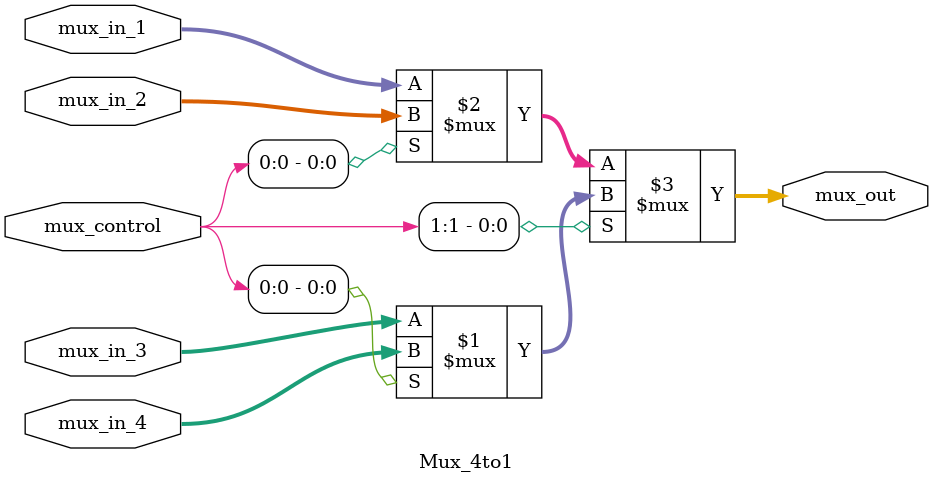
<source format=v>
`timescale 1ns / 1ps

module Mux_4to1#(
    parameter Width_inout = 32
)
(
    input [2:0] mux_control,
    input [(Width_inout) -1 :0] mux_in_1,
    input [(Width_inout) -1 :0] mux_in_2,
    input [(Width_inout) -1 :0] mux_in_3,
    input [(Width_inout) -1 :0] mux_in_4,
    output [Width_inout - 1 :0] mux_out
    );
    
    assign mux_out = mux_control[1] ? (mux_control[0] ? mux_in_4 : mux_in_3) : (mux_control[0] ? mux_in_2 : mux_in_1);
   
endmodule

</source>
